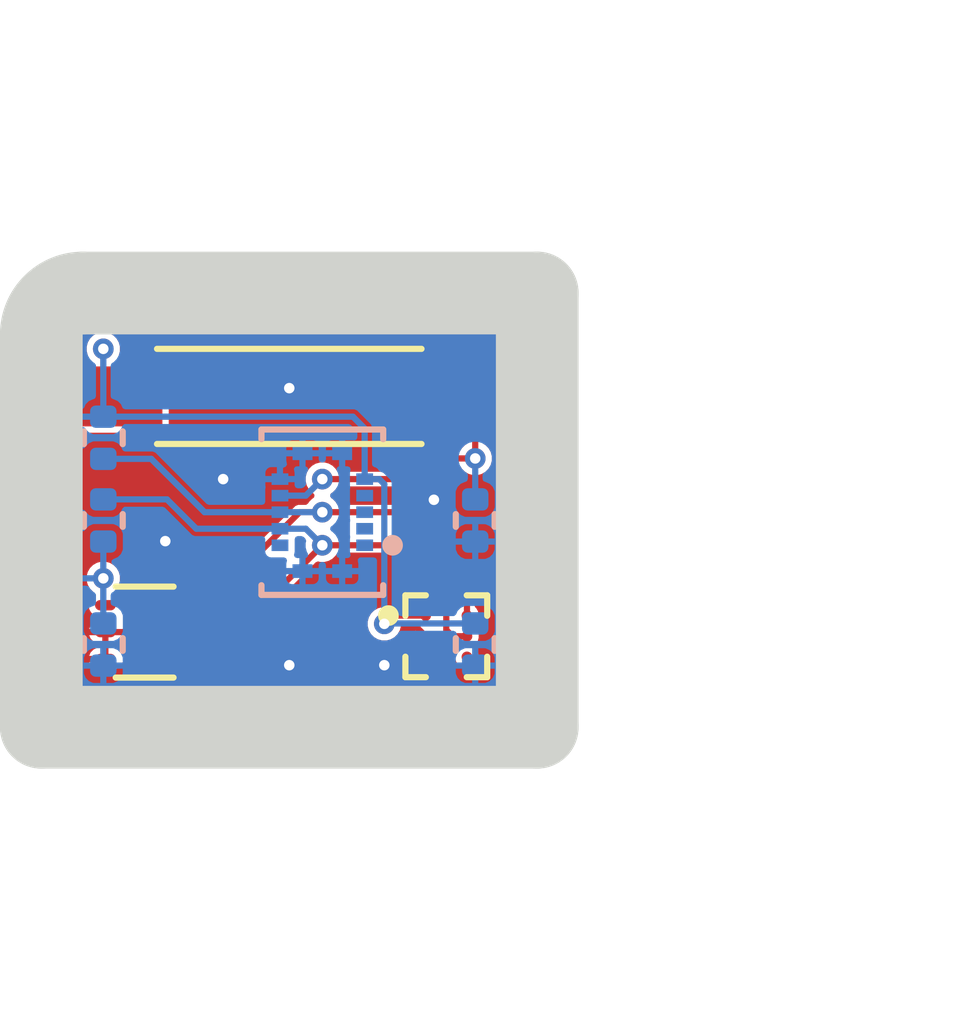
<source format=kicad_pcb>
(kicad_pcb (version 20241229) (generator "pcbnew") (generator_version "9.0")
  (layers (0 "F.Cu" signal) (2 "B.Cu" signal) (13 "F.Paste" user) (15 "B.Paste" user) (5 "F.SilkS" user "F.Silkscreen") (7 "B.SilkS" user "B.Silkscreen") (1 "F.Mask" user) (3 "B.Mask" user) (25 "Edge.Cuts" user))
  (net 0 "")
  (net 1 "GND")
  (net 2 "+3V3")
  (net 3 "/SDA")
  (net 4 "/SCL")
  (net 6 "/REED")
  (footprint "generic:TI_6DSBGA_YPA" (layer "F.Cu") (at 109.8 58.3)
    (property "Reference" "U2" (hide yes))
    (property "Value" "HDC2010YPAR")
    (fp_line (start -0.99 -0.99) (end -0.495 -0.99) (stroke (width 0.15)) (layer "F.SilkS"))
    (fp_line (start -0.99 -0.495) (end -0.99 -0.99) (stroke (width 0.15)) (layer "F.SilkS"))
    (fp_line (start -0.99 0.99) (end -0.99 0.495) (stroke (width 0.15)) (layer "F.SilkS"))
    (fp_line (start -0.495 0.99) (end -0.99 0.99) (stroke (width 0.15)) (layer "F.SilkS"))
    (fp_line (start 0.495 -0.99) (end 0.99 -0.99) (stroke (width 0.15)) (layer "F.SilkS"))
    (fp_line (start 0.99 -0.99) (end 0.99 -0.495) (stroke (width 0.15)) (layer "F.SilkS"))
    (fp_line (start 0.99 0.495) (end 0.99 0.99) (stroke (width 0.15)) (layer "F.SilkS"))
    (fp_line (start 0.99 0.99) (end 0.495 0.99) (stroke (width 0.15)) (layer "F.SilkS"))
    (fp_circle (center -1.4 -0.5) (end -1.2 -0.5) (stroke (width 0.1)) (fill yes) (layer "F.SilkS"))
    (pad "A1" smd circle (at -0.5 -0.5) (size 0.26 0.26) (layers "F.Cu" "F.Mask" "F.Paste") (net 2 "+3V3"))
    (pad "A2" smd circle (at 0.5 -0.5) (size 0.26 0.26) (layers "F.Cu" "F.Mask" "F.Paste") (net 3 "/SDA"))
    (pad "B1" smd circle (at -0.5 0) (size 0.26 0.26) (layers "F.Cu" "F.Mask" "F.Paste") (net 1 "GND"))
    (pad "B2" smd circle (at 0.5 0) (size 0.26 0.26) (layers "F.Cu" "F.Mask" "F.Paste") (net 4 "/SCL"))
    (pad "C1" smd circle (at -0.5 0.5) (size 0.26 0.26) (layers "F.Cu" "F.Mask" "F.Paste") (net 1 "GND"))
    (pad "C2" smd circle (at 0.5 0.5) (size 0.26 0.26) (layers "F.Cu" "F.Mask" "F.Paste"))
  )
  (footprint "generic:TI_6USON_DNP" (layer "F.Cu") (at 102.5 58.2)
    (property "Reference" "U1" (hide yes))
    (property "Value" "OPT3002DNPR")
    (fp_line (start -0.7 1.1) (end 0.7 1.1) (stroke (width 0.15)) (layer "F.SilkS"))
    (fp_line (start 0.7 -1.1) (end -0.7 -1.1) (stroke (width 0.15)) (layer "F.SilkS"))
    (fp_circle (center -1.85 -1.25) (end -1.65 -1.25) (stroke (width 0.1)) (fill yes) (layer "F.SilkS"))
    (pad "1" smd oval (at -0.95 -0.65) (size 0.5 0.25) (layers "F.Cu" "F.Paste") (net 2 "+3V3"))
    (pad "2" smd oval (at -0.95 0) (size 0.5 0.25) (layers "F.Cu" "F.Paste") (net 1 "GND"))
    (pad "3" smd oval (at -0.95 0.65) (size 0.5 0.25) (layers "F.Cu" "F.Paste") (net 1 "GND"))
    (pad "4" smd oval (at 0.95 0.65) (size 0.5 0.25) (layers "F.Cu" "F.Paste") (net 4 "/SCL"))
    (pad "5" smd oval (at 0.95 0) (size 0.5 0.25) (layers "F.Cu" "F.Paste"))
    (pad "6" smd oval (at 0.95 -0.65) (size 0.5 0.25) (layers "F.Cu" "F.Paste") (net 3 "/SDA"))
    (pad "7" smd rect (at 0 0) (size 0.65 1.35) (layers "F.Cu") (net 1 "GND"))
  )
  (footprint "part_specific:COMUS_RI80SMDM0510G1" (layer "F.Cu") (at 106 52.5)
    (property "Reference" "SW1" (hide yes))
    (property "Value" "ReedSW_NO" (hide yes))
    (fp_line (start -3.2 -1.15) (end 3.2 -1.15) (stroke (width 0.15)) (layer "F.SilkS"))
    (fp_line (start -3.2 1.15) (end 3.2 1.15) (stroke (width 0.15)) (layer "F.SilkS"))
    (pad "1" smd rect (at -4.225 0 90) (size 1.45 2.31) (layers "F.Cu" "F.Mask" "F.Paste") (net 2 "+3V3"))
    (pad "2" smd rect (at 4.225 0 90) (size 1.45 2.31) (layers "F.Cu" "F.Mask" "F.Paste") (net 6 "/REED"))
  )
  (footprint "passive:R_0402_1005Metric" (layer "B.Cu") (at 101.5 55.5 90)
    (property "Reference" "R1" (hide yes))
    (property "Value" "10k")
    (fp_line (start -0.153641 -0.47) (end 0.153641 -0.47) (stroke (width 0.15)) (layer "B.SilkS"))
    (fp_line (start -0.153641 0.47) (end 0.153641 0.47) (stroke (width 0.15)) (layer "B.SilkS"))
    (pad "1" smd roundrect (at -0.51 0 90) (size 0.54 0.64) (layers "B.Cu" "B.Mask" "B.Paste") (net 2 "+3V3"))
    (pad "2" smd roundrect (at 0.51 0 90) (size 0.54 0.64) (layers "B.Cu" "B.Mask" "B.Paste") (net 4 "/SCL"))
  )
  (footprint "passive:R_0402_1005Metric" (layer "B.Cu") (at 101.5 53.5 -90)
    (property "Reference" "R2" (hide yes))
    (property "Value" "10k")
    (fp_line (start -0.153641 0.47) (end 0.153641 0.47) (stroke (width 0.15)) (layer "B.SilkS"))
    (fp_line (start -0.153641 -0.47) (end 0.153641 -0.47) (stroke (width 0.15)) (layer "B.SilkS"))
    (pad "1" smd roundrect (at -0.51 0 270) (size 0.54 0.64) (layers "B.Cu" "B.Mask" "B.Paste") (net 2 "+3V3"))
    (pad "2" smd roundrect (at 0.51 0 270) (size 0.54 0.64) (layers "B.Cu" "B.Mask" "B.Paste") (net 3 "/SDA"))
  )
  (footprint "passive:C_0402_1005Metric" (layer "B.Cu") (at 101.5 58.5 -90)
    (property "Reference" "C1" (hide yes))
    (property "Value" "1u")
    (fp_line (start -0.153641 0.47) (end 0.153641 0.47) (stroke (width 0.15)) (layer "B.SilkS"))
    (fp_line (start -0.153641 -0.47) (end 0.153641 -0.47) (stroke (width 0.15)) (layer "B.SilkS"))
    (pad "1" smd roundrect (at -0.51 0 270) (size 0.54 0.64) (layers "B.Cu" "B.Mask" "B.Paste") (net 2 "+3V3"))
    (pad "2" smd roundrect (at 0.51 0 270) (size 0.54 0.64) (layers "B.Cu" "B.Mask" "B.Paste") (net 1 "GND"))
  )
  (footprint "passive:C_0402_1005Metric" (layer "B.Cu") (at 110.5 58.5 -90)
    (property "Reference" "C2" (hide yes))
    (property "Value" "1u")
    (fp_line (start -0.153641 0.47) (end 0.153641 0.47) (stroke (width 0.15)) (layer "B.SilkS"))
    (fp_line (start -0.153641 -0.47) (end 0.153641 -0.47) (stroke (width 0.15)) (layer "B.SilkS"))
    (pad "1" smd roundrect (at -0.51 0 270) (size 0.54 0.64) (layers "B.Cu" "B.Mask" "B.Paste") (net 2 "+3V3"))
    (pad "2" smd roundrect (at 0.51 0 270) (size 0.54 0.64) (layers "B.Cu" "B.Mask" "B.Paste") (net 1 "GND"))
  )
  (footprint "passive:R_0402_1005Metric" (layer "B.Cu") (at 110.5 55.5 -90)
    (property "Reference" "R3" (hide yes))
    (property "Value" "10k")
    (fp_line (start -0.153641 0.47) (end 0.153641 0.47) (stroke (width 0.15)) (layer "B.SilkS"))
    (fp_line (start -0.153641 -0.47) (end 0.153641 -0.47) (stroke (width 0.15)) (layer "B.SilkS"))
    (pad "1" smd roundrect (at -0.51 0 270) (size 0.54 0.64) (layers "B.Cu" "B.Mask" "B.Paste") (net 6 "/REED"))
    (pad "2" smd roundrect (at 0.51 0 270) (size 0.54 0.64) (layers "B.Cu" "B.Mask" "B.Paste") (net 1 "GND"))
  )
  (footprint "connectors:MOLEX_SlimStack_505551-1020" (layer "B.Cu") (at 106.8 55.3 90)
    (property "Reference" "J1" (hide yes))
    (property "Value" "MOLEX_SlimStack_505551-1020")
    (fp_line (start 2 -1.4732) (end 2 1.4732) (stroke (width 0.15)) (layer "B.SilkS"))
    (fp_line (start 1.766196 -1.4732) (end 2 -1.4732) (stroke (width 0.15)) (layer "B.SilkS"))
    (fp_line (start -2 -1.4732) (end -1.766196 -1.4732) (stroke (width 0.15)) (layer "B.SilkS"))
    (fp_line (start 2 1.4732) (end 1.766161 1.4732) (stroke (width 0.15)) (layer "B.SilkS"))
    (fp_line (start -1.766161 1.4732) (end -2 1.4732) (stroke (width 0.15)) (layer "B.SilkS"))
    (fp_line (start -2 1.4732) (end -2 -1.4732) (stroke (width 0.15)) (layer "B.SilkS"))
    (fp_circle (center -0.8 1.7) (end -0.6 1.7) (stroke (width 0.1)) (fill yes) (layer "B.SilkS"))
    (pad "1" smd rect (at -0.800001 1.024999 90) (size 0.2794 0.4064) (layers "B.Cu" "B.Mask" "B.Paste"))
    (pad "2" smd rect (at -0.800001 -1.024999 90) (size 0.2794 0.4064) (layers "B.Cu" "B.Mask" "B.Paste"))
    (pad "3" smd rect (at -0.399999 1.024999 90) (size 0.2794 0.4064) (layers "B.Cu" "B.Mask" "B.Paste"))
    (pad "4" smd rect (at -0.399999 -1.024999 90) (size 0.2794 0.4064) (layers "B.Cu" "B.Mask" "B.Paste") (net 4 "/SCL"))
    (pad "5" smd rect (at 0 1.024999 90) (size 0.2794 0.4064) (layers "B.Cu" "B.Mask" "B.Paste"))
    (pad "6" smd rect (at 0 -1.024999 90) (size 0.2794 0.4064) (layers "B.Cu" "B.Mask" "B.Paste") (net 3 "/SDA"))
    (pad "7" smd rect (at 0.399999 1.024999 90) (size 0.2794 0.4064) (layers "B.Cu" "B.Mask" "B.Paste"))
    (pad "8" smd rect (at 0.399999 -1.024999 90) (size 0.2794 0.4064) (layers "B.Cu" "B.Mask" "B.Paste") (net 6 "/REED"))
    (pad "9" smd rect (at 0.800001 1.024999 90) (size 0.2794 0.4064) (layers "B.Cu" "B.Mask" "B.Paste") (net 2 "+3V3"))
    (pad "10" smd rect (at 0.800001 -1.024999 90) (size 0.2794 0.4064) (layers "B.Cu" "B.Mask" "B.Paste") (net 1 "GND"))
    (pad "MP" smd rect (at -1.424998 -0.479999 90) (size 0.3302 0.4826) (layers "B.Cu" "B.Mask" "B.Paste") (net 1 "GND"))
    (pad "MP" smd rect (at -1.424998 0.479999 90) (size 0.3302 0.4826) (layers "B.Cu" "B.Mask" "B.Paste") (net 1 "GND"))
    (pad "MP" smd rect (at 1.424998 -0.479999 90) (size 0.3302 0.4826) (layers "B.Cu" "B.Mask" "B.Paste") (net 1 "GND"))
    (pad "MP" smd rect (at 1.424998 0.479999 90) (size 0.3302 0.4826) (layers "B.Cu" "B.Mask" "B.Paste") (net 1 "GND"))
  )
  (gr_line (start 112 60.5) (end 112 50) (stroke (width 2)) (layer "Edge.Cuts"))
  (gr_arc (start 100 51) (mid 100.292893 50.292893) (end 101 50) (stroke (width 2)) (layer "Edge.Cuts"))
  (gr_line (start 100 60.5) (end 112 60.5) (stroke (width 2)) (layer "Edge.Cuts"))
  (gr_line (start 112 50) (end 101 50) (stroke (width 2)) (layer "Edge.Cuts"))
  (gr_line (start 100 60.5) (end 100 51) (stroke (width 2)) (layer "Edge.Cuts"))
  (via (at 104.4 54.5) (size 0.5) (drill 0.254) (layers "F.Cu" "B.Cu") (net 1))
  (via (at 108.3 59) (size 0.5) (drill 0.254) (layers "F.Cu" "B.Cu") (net 1))
  (via (at 103 56) (size 0.5) (drill 0.254) (layers "F.Cu" "B.Cu") (net 1))
  (via (at 109.5 55) (size 0.5) (drill 0.254) (layers "F.Cu" "B.Cu") (net 1))
  (via (at 106 52.3) (size 0.5) (drill 0.254) (layers "F.Cu" "B.Cu") (net 1))
  (via (at 106 59) (size 0.5) (drill 0.254) (layers "F.Cu" "B.Cu") (net 1))
  (segment (start 108.31 59.01) (end 108.3 59) (width 0.15) (layer "B.Cu") (net 1))
  (segment (start 101.5 57.5) (end 101.55 57.55) (width 0.15) (layer "F.Cu") (net 2))
  (segment (start 101.5 51.95) (end 101.6 52.05) (width 0.15) (layer "F.Cu") (net 2))
  (segment (start 101.5 56.9) (end 101.5 57.5) (width 0.15) (layer "F.Cu") (net 2))
  (segment (start 101.6 52.325) (end 101.775 52.5) (width 0.15) (layer "F.Cu") (net 2))
  (segment (start 108.5 57.8) (end 108.3 58) (width 0.15) (layer "F.Cu") (net 2))
  (segment (start 101.5 51.35) (end 101.5 51.95) (width 0.15) (layer "F.Cu") (net 2))
  (segment (start 109.3 57.8) (end 108.5 57.8) (width 0.15) (layer "F.Cu") (net 2))
  (segment (start 101.6 52.05) (end 101.6 52.325) (width 0.15) (layer "F.Cu") (net 2))
  (via (at 101.5 51.35) (size 0.5) (drill 0.254) (layers "F.Cu" "B.Cu") (net 2))
  (via (at 108.3 58) (size 0.5) (drill 0.254) (layers "F.Cu" "B.Cu") (net 2))
  (via (at 101.5 56.9) (size 0.5) (drill 0.254) (layers "F.Cu" "B.Cu") (net 2))
  (segment (start 107.824999 54.499999) (end 108.178199 54.499999) (width 0.15) (layer "B.Cu") (net 2))
  (segment (start 101.5 56.95) (end 101.5 57) (width 0.15) (layer "B.Cu") (net 2))
  (segment (start 100.75 56.75) (end 100.75 53.2) (width 0.15) (layer "B.Cu") (net 2))
  (segment (start 100.9 56.9) (end 100.75 56.75) (width 0.15) (layer "B.Cu") (net 2))
  (segment (start 101.5 56.9) (end 100.9 56.9) (width 0.15) (layer "B.Cu") (net 2))
  (segment (start 108.3 54.6218) (end 108.3 58) (width 0.15) (layer "B.Cu") (net 2))
  (segment (start 101.5 56.01) (end 101.5 56.9) (width 0.15) (layer "B.Cu") (net 2))
  (segment (start 101.5 51.35) (end 101.5 52.99) (width 0.15) (layer "B.Cu") (net 2))
  (segment (start 100.75 53.2) (end 100.96 52.99) (width 0.15) (layer "B.Cu") (net 2))
  (segment (start 107.54 52.99) (end 107.824999 53.274999) (width 0.15) (layer "B.Cu") (net 2))
  (segment (start 101.5 57) (end 101.5 56.9) (width 0.15) (layer "B.Cu") (net 2))
  (segment (start 108.31 57.99) (end 108.3 58) (width 0.15) (layer "B.Cu") (net 2))
  (segment (start 101.5 52.99) (end 107.54 52.99) (width 0.15) (layer "B.Cu") (net 2))
  (segment (start 100.96 52.99) (end 101.5 52.99) (width 0.15) (layer "B.Cu") (net 2))
  (segment (start 110.5 57.99) (end 108.31 57.99) (width 0.15) (layer "B.Cu") (net 2))
  (segment (start 101.5 57.99) (end 101.5 56.95) (width 0.15) (layer "B.Cu") (net 2))
  (segment (start 108.178199 54.499999) (end 108.3 54.6218) (width 0.15) (layer "B.Cu") (net 2))
  (segment (start 107.824999 53.274999) (end 107.824999 54.499999) (width 0.15) (layer "B.Cu") (net 2))
  (segment (start 108.75 55.3) (end 106.8 55.3) (width 0.15) (layer "F.Cu") (net 3))
  (segment (start 110.3 57.8) (end 110.3 56.85) (width 0.15) (layer "F.Cu") (net 3))
  (segment (start 104 57.55) (end 106.25 55.3) (width 0.15) (layer "F.Cu") (net 3))
  (segment (start 110.3 56.85) (end 108.75 55.3) (width 0.15) (layer "F.Cu") (net 3))
  (segment (start 103.45 57.55) (end 104 57.55) (width 0.15) (layer "F.Cu") (net 3))
  (segment (start 106.25 55.3) (end 106.8 55.3) (width 0.15) (layer "F.Cu") (net 3))
  (via (at 106.8 55.3) (size 0.5) (drill 0.254) (layers "F.Cu" "B.Cu") (net 3))
  (segment (start 105.775001 55.3) (end 106.8 55.3) (width 0.15) (layer "B.Cu") (net 3))
  (segment (start 103.95 55.3) (end 105.775001 55.3) (width 0.15) (layer "B.Cu") (net 3))
  (segment (start 102.66 54.01) (end 103.95 55.3) (width 0.15) (layer "B.Cu") (net 3))
  (segment (start 101.5 54.01) (end 102.66 54.01) (width 0.15) (layer "B.Cu") (net 3))
  (segment (start 109.8 57.05) (end 108.85 56.1) (width 0.15) (layer "F.Cu") (net 4))
  (segment (start 110.3 58.3) (end 109.95 58.3) (width 0.15) (layer "F.Cu") (net 4))
  (segment (start 109.95 58.3) (end 109.8 58.15) (width 0.15) (layer "F.Cu") (net 4))
  (segment (start 104.05 58.85) (end 106.8 56.1) (width 0.15) (layer "F.Cu") (net 4))
  (segment (start 108.85 56.1) (end 106.8 56.1) (width 0.15) (layer "F.Cu") (net 4))
  (segment (start 109.8 58.15) (end 109.8 57.05) (width 0.15) (layer "F.Cu") (net 4))
  (segment (start 103.45 58.85) (end 104.05 58.85) (width 0.15) (layer "F.Cu") (net 4))
  (via (at 106.8 56.1) (size 0.5) (drill 0.254) (layers "F.Cu" "B.Cu") (net 4))
  (segment (start 103.04 54.99) (end 103.749999 55.699999) (width 0.15) (layer "B.Cu") (net 4))
  (segment (start 101.5 54.99) (end 103.04 54.99) (width 0.15) (layer "B.Cu") (net 4))
  (segment (start 106.399999 55.699999) (end 106.8 56.1) (width 0.15) (layer "B.Cu") (net 4))
  (segment (start 105.775001 55.699999) (end 106.399999 55.699999) (width 0.15) (layer "B.Cu") (net 4))
  (segment (start 103.749999 55.699999) (end 105.775001 55.699999) (width 0.15) (layer "B.Cu") (net 4))
  (segment (start 109.25 54) (end 110.5 54) (width 0.15) (layer "F.Cu") (net 6))
  (segment (start 108.75 54.5) (end 109.25 54) (width 0.15) (layer "F.Cu") (net 6))
  (segment (start 106.8 54.5) (end 108.75 54.5) (width 0.15) (layer "F.Cu") (net 6))
  (segment (start 110.5 52.775) (end 110.225 52.5) (width 0.15) (layer "F.Cu") (net 6))
  (segment (start 110.5 54) (end 110.5 52.775) (width 0.15) (layer "F.Cu") (net 6))
  (via (at 106.8 54.5) (size 0.5) (drill 0.254) (layers "F.Cu" "B.Cu") (net 6))
  (via (at 110.5 54) (size 0.5) (drill 0.254) (layers "F.Cu" "B.Cu") (net 6))
  (segment (start 105.775001 54.900001) (end 106.399999 54.900001) (width 0.15) (layer "B.Cu") (net 6))
  (segment (start 106.399999 54.900001) (end 106.8 54.5) (width 0.15) (layer "B.Cu") (net 6))
  (segment (start 110.5 54.99) (end 110.5 54) (width 0.15) (layer "B.Cu") (net 6))
  (zone (net 1) (net_name "GND") (layers "F.Cu" "B.Cu") (connect_pads (clearance 0.15)) (min_thickness 0.15) (fill yes (thermal_gap 0.15) (thermal_bridge_width 0.15))
    (polygon (pts (xy 100 50) (xy 112 50) (xy 112 60.5) (xy 100 60.5)))
  )
)
</source>
